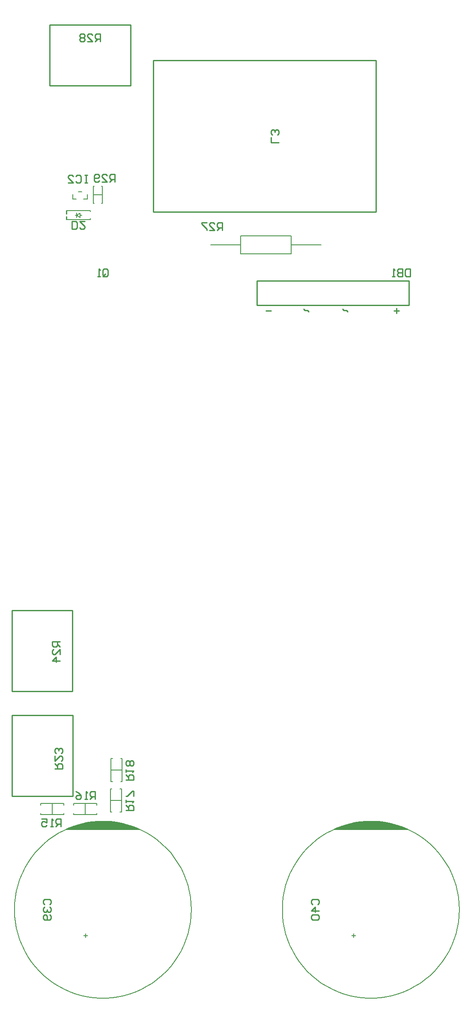
<source format=gbo>
%FSTAX23Y23*%
%MOIN*%
%SFA1B1*%

%IPPOS*%
%ADD10C,0.010000*%
%ADD12C,0.007874*%
%ADD15C,0.005905*%
%LNservo_pwr-1*%
%LPD*%
G36*
X00763Y01726D02*
X0074Y01737D01*
X00694Y01755*
X00646Y01769*
X00597Y0178*
X00547Y01787*
X00497Y01791*
X00447*
X00397Y01787*
X00347Y0178*
X00298Y01769*
X0025Y01755*
X00203Y01737*
X00181Y01726*
X00763*
G37*
G36*
X0285D02*
X02827Y01737D01*
X0278Y01755*
X02732Y01769*
X02683Y0178*
X02634Y01787*
X02584Y01791*
X02533*
X02484Y01787*
X02434Y0178*
X02385Y01769*
X02337Y01755*
X0229Y01737*
X02267Y01726*
X0285*
G37*
G36*
X02428Y00903D02*
X02442D01*
Y00897*
X02428*
Y00884*
X02423*
Y00897*
X02409*
Y00903*
X02423*
Y00917*
X02428*
Y00903*
G37*
G36*
X00342D02*
X00356D01*
Y00897*
X00342*
Y00884*
X00336*
Y00897*
X00322*
Y00903*
X00336*
Y00917*
X00342*
Y00903*
G37*
G54D10*
X00238Y01985D02*
Y02615D01*
X-00234Y01985D02*
X00238D01*
X-00234D02*
Y02615D01*
X00238*
X00236Y02803D02*
Y03433D01*
X-00236Y02803D02*
X00236D01*
X-00236D02*
Y03433D01*
X00236*
X01673Y05811D02*
X02854D01*
X01673D02*
Y06D01*
X02854*
Y05811D02*
Y06D01*
X00688Y07519D02*
Y07992D01*
X00059D02*
X00688D01*
X00059Y07519D02*
Y07992D01*
Y07519D02*
X00688D01*
X00866Y06535D02*
Y07716D01*
X02598*
Y06535D02*
Y07716D01*
X00866Y06535D02*
X02598D01*
X02777Y05766D02*
X02737D01*
X02757Y05786D02*
Y05746D01*
X01781Y05765D02*
X01741D01*
X02379Y05758D02*
X02369Y05768D01*
X02349*
X02339Y05778*
X02076Y05758D02*
X02066Y05768D01*
X02046*
X02036Y05778*
X00564Y06768D02*
Y06828D01*
X00534*
X00524Y06818*
Y06798*
X00534Y06788*
X00564*
X00544D02*
X00524Y06768D01*
X00464D02*
X00504D01*
X00464Y06808*
Y06818*
X00474Y06828*
X00494*
X00504Y06818*
X00444Y06778D02*
X00434Y06768D01*
X00414*
X00404Y06778*
Y06818*
X00414Y06828*
X00434*
X00444Y06818*
Y06808*
X00434Y06798*
X00404*
X0045Y07863D02*
Y07923D01*
X0042*
X0041Y07913*
Y07893*
X0042Y07883*
X0045*
X0043D02*
X0041Y07863D01*
X0035D02*
X0039D01*
X0035Y07903*
Y07913*
X0036Y07923*
X0038*
X0039Y07913*
X0033D02*
X0032Y07923D01*
X003*
X0029Y07913*
Y07903*
X003Y07893*
X0029Y07883*
Y07873*
X003Y07863*
X0032*
X0033Y07873*
Y07883*
X0032Y07893*
X0033Y07903*
Y07913*
X0032Y07893D02*
X003D01*
X014Y06392D02*
Y06452D01*
X0137*
X0136Y06442*
Y06422*
X0137Y06412*
X014*
X0138D02*
X0136Y06392D01*
X013D02*
X0134D01*
X013Y06432*
Y06442*
X0131Y06452*
X0133*
X0134Y06442*
X0128Y06452D02*
X0124D01*
Y06442*
X0128Y06402*
Y06392*
X00138Y03188D02*
X00078D01*
Y03158*
X00088Y03148*
X00108*
X00118Y03158*
Y03188*
Y03168D02*
X00138Y03148D01*
Y03088D02*
Y03128D01*
X00098Y03088*
X00088*
X00078Y03098*
Y03118*
X00088Y03128*
X00138Y03038D02*
X00078D01*
X00108Y03068*
Y03028*
X00099Y022D02*
X00159D01*
Y0223*
X00149Y0224*
X00129*
X00119Y0223*
Y022*
Y0222D02*
X00099Y0224D01*
Y023D02*
Y0226D01*
X00139Y023*
X00149*
X00159Y0229*
Y0227*
X00149Y0226*
Y0232D02*
X00159Y0233D01*
Y0235*
X00149Y0236*
X00139*
X00129Y0235*
Y0234*
Y0235*
X00119Y0236*
X00109*
X00099Y0235*
Y0233*
X00109Y0232*
X00651Y02114D02*
X00711D01*
Y02143*
X00701Y02153*
X00681*
X00671Y02143*
Y02114*
Y02133D02*
X00651Y02153D01*
Y02173D02*
Y02193D01*
Y02183*
X00711*
X00701Y02173*
Y02223D02*
X00711Y02233D01*
Y02253*
X00701Y02263*
X00691*
X00681Y02253*
X00671Y02263*
X00661*
X00651Y02253*
Y02233*
X00661Y02223*
X00671*
X00681Y02233*
X00691Y02223*
X00701*
X00681Y02233D02*
Y02253D01*
X00651Y01877D02*
X00711D01*
Y01907*
X00701Y01917*
X00681*
X00671Y01907*
Y01877*
Y01897D02*
X00651Y01917D01*
Y01937D02*
Y01957D01*
Y01947*
X00711*
X00701Y01937*
X00711Y01987D02*
Y02027D01*
X00701*
X00661Y01987*
X00651*
X00413Y01962D02*
Y02022D01*
X00383*
X00373Y02012*
Y01992*
X00383Y01982*
X00413*
X00393D02*
X00373Y01962D01*
X00353D02*
X00333D01*
X00343*
Y02022*
X00353Y02012*
X00263Y02022D02*
X00283Y02012D01*
X00303Y01992*
Y01972*
X00293Y01962*
X00273*
X00263Y01972*
Y01982*
X00273Y01992*
X00303*
X00145Y01749D02*
Y01809D01*
X00115*
X00105Y01799*
Y01779*
X00115Y01769*
X00145*
X00125D02*
X00105Y01749D01*
X00085D02*
X00065D01*
X00075*
Y01809*
X00085Y01799*
X-00004Y01809D02*
X00035D01*
Y01779*
X00015Y01789*
X00005*
X-00004Y01779*
Y01759*
X00005Y01749*
X00025*
X00035Y01759*
X00472Y06043D02*
Y06082D01*
X00482Y06092*
X00502*
X00512Y06082*
Y06043*
X00502Y06033*
X00482*
X00492Y06052D02*
X00472Y06033D01*
X00482D02*
X00472Y06043D01*
X00452Y06033D02*
X00432D01*
X00442*
Y06092*
X00452Y06082*
X01841Y07076D02*
X01781D01*
Y07115*
X01831Y07135D02*
X01841Y07145D01*
Y07165*
X01831Y07175*
X01821*
X01811Y07165*
Y07155*
Y07165*
X01801Y07175*
X01791*
X01781Y07165*
Y07145*
X01791Y07135*
X00353Y06823D02*
X00333D01*
X00343*
Y06763*
X00353*
X00333*
X00263Y06813D02*
X00273Y06823D01*
X00293*
X00303Y06813*
Y06773*
X00293Y06763*
X00273*
X00263Y06773*
X00203Y06763D02*
X00243D01*
X00203Y06803*
Y06813*
X00213Y06823*
X00233*
X00243Y06813*
X02864Y06094D02*
Y06034D01*
X02834*
X02824Y06044*
Y06084*
X02834Y06094*
X02864*
X02804D02*
Y06034D01*
X02774*
X02764Y06044*
Y06054*
X02774Y06064*
X02804*
X02774*
X02764Y06074*
Y06084*
X02774Y06094*
X02804*
X02744Y06034D02*
X02724D01*
X02734*
Y06094*
X02744Y06084*
X00233Y06403D02*
Y06463D01*
X00263*
X00273Y06453*
Y06413*
X00263Y06403*
X00233*
X00333Y06463D02*
X00293D01*
X00333Y06423*
Y06413*
X00323Y06403*
X00303*
X00293Y06413*
X02105Y01142D02*
X02095Y01152D01*
Y01172*
X02105Y01182*
X02145*
X02155Y01172*
Y01152*
X02145Y01142*
X02155Y01092D02*
X02095D01*
X02125Y01122*
Y01082*
X02105Y01062D02*
X02095Y01052D01*
Y01032*
X02105Y01022*
X02145*
X02155Y01032*
Y01052*
X02145Y01062*
X02105*
X00019Y01142D02*
X00009Y01152D01*
Y01172*
X00019Y01182*
X00059*
X00069Y01172*
Y01152*
X00059Y01142*
X00019Y01122D02*
X00009Y01112D01*
Y01092*
X00019Y01082*
X00029*
X00039Y01092*
Y01102*
Y01092*
X00049Y01082*
X00059*
X00069Y01092*
Y01112*
X00059Y01122*
Y01062D02*
X00069Y01052D01*
Y01032*
X00059Y01022*
X00019*
X00009Y01032*
Y01052*
X00019Y01062*
X00029*
X00039Y01052*
Y01022*
G54D12*
X03248Y01102D02*
D01*
X03246Y0115*
X03241Y01198*
X03232Y01245*
X03221Y01292*
X03206Y01338*
X03188Y01382*
X03167Y01425*
X03143Y01467*
X03116Y01507*
X03086Y01545*
X03054Y0158*
X0302Y01614*
X02983Y01645*
X02944Y01673*
X02903Y01699*
X02861Y01721*
X02817Y01741*
X02771Y01757*
X02725Y0177*
X02678Y0178*
X02631Y01787*
X02583Y0179*
X02535*
X02487Y01787*
X02439Y0178*
X02392Y0177*
X02346Y01757*
X023Y01741*
X02257Y01721*
X02214Y01699*
X02173Y01673*
X02134Y01645*
X02098Y01614*
X02063Y0158*
X02031Y01545*
X02001Y01507*
X01974Y01467*
X0195Y01425*
X01929Y01382*
X01911Y01338*
X01896Y01292*
X01885Y01245*
X01876Y01198*
X01871Y0115*
X0187Y01102*
X01871Y01054*
X01876Y01006*
X01885Y00959*
X01896Y00912*
X01911Y00866*
X01929Y00822*
X0195Y00778*
X01974Y00737*
X02001Y00697*
X02031Y00659*
X02063Y00623*
X02098Y0059*
X02134Y00559*
X02173Y00531*
X02214Y00505*
X02257Y00483*
X023Y00463*
X02346Y00447*
X02392Y00433*
X02439Y00423*
X02487Y00417*
X02535Y00413*
X02583*
X02631Y00417*
X02678Y00423*
X02725Y00433*
X02771Y00447*
X02817Y00463*
X02861Y00483*
X02903Y00505*
X02944Y00531*
X02983Y00559*
X0302Y0059*
X03054Y00623*
X03086Y00659*
X03116Y00697*
X03143Y00737*
X03167Y00778*
X03188Y00822*
X03206Y00866*
X03221Y00912*
X03232Y00959*
X03241Y01006*
X03246Y01054*
X03248Y01102*
X0285Y01726D02*
D01*
X02805Y01745*
X0276Y01761*
X02714Y01773*
X02666Y01782*
X02619Y01788*
X02571Y01791*
X02522Y0179*
X02475Y01786*
X02427Y01778*
X0238Y01767*
X02334Y01753*
X02289Y01736*
X02267Y01726*
X01161Y01102D02*
D01*
X01159Y0115*
X01154Y01198*
X01146Y01245*
X01134Y01292*
X01119Y01338*
X01101Y01382*
X0108Y01425*
X01056Y01467*
X01029Y01507*
X01Y01545*
X00968Y0158*
X00933Y01614*
X00896Y01645*
X00857Y01673*
X00816Y01699*
X00774Y01721*
X0073Y01741*
X00685Y01757*
X00639Y0177*
X00592Y0178*
X00544Y01787*
X00496Y0179*
X00448*
X004Y01787*
X00352Y0178*
X00305Y0177*
X00259Y01757*
X00214Y01741*
X0017Y01721*
X00127Y01699*
X00087Y01673*
X00048Y01645*
X00011Y01614*
X-00023Y0158*
X-00055Y01545*
X-00084Y01507*
X-00111Y01467*
X-00135Y01425*
X-00156Y01382*
X-00174Y01338*
X-00189Y01292*
X-00201Y01245*
X-00209Y01198*
X-00214Y0115*
X-00216Y01102*
X-00214Y01054*
X-00209Y01006*
X-00201Y00959*
X-00189Y00912*
X-00174Y00866*
X-00156Y00822*
X-00135Y00778*
X-00111Y00737*
X-00084Y00697*
X-00055Y00659*
X-00023Y00623*
X00011Y0059*
X00048Y00559*
X00087Y00531*
X00127Y00505*
X0017Y00483*
X00214Y00463*
X00259Y00447*
X00305Y00433*
X00352Y00423*
X004Y00417*
X00448Y00413*
X00496*
X00544Y00417*
X00592Y00423*
X00639Y00433*
X00685Y00447*
X0073Y00463*
X00774Y00483*
X00816Y00505*
X00857Y00531*
X00896Y00559*
X00933Y0059*
X00968Y00623*
X01Y00659*
X01029Y00697*
X01056Y00737*
X0108Y00778*
X01101Y00822*
X01119Y00866*
X01134Y00912*
X01146Y00959*
X01154Y01006*
X01159Y01054*
X01161Y01102*
X00763Y01726D02*
D01*
X00719Y01745*
X00673Y01761*
X00627Y01773*
X0058Y01782*
X00532Y01788*
X00484Y01791*
X00436Y0179*
X00388Y01786*
X0034Y01778*
X00294Y01767*
X00248Y01753*
X00203Y01736*
X00181Y01726*
X00535Y02279D02*
X00547D01*
X00535Y02098D02*
Y02279D01*
Y02098D02*
X00547D01*
X0061D02*
X00622D01*
Y02279*
X0061D02*
X00622D01*
X00535Y02188D02*
X00622D01*
X00531Y02043D02*
X00543D01*
X00531Y01862D02*
Y02043D01*
Y01862D02*
X00543D01*
X00606D02*
X00618D01*
Y02043*
X00606D02*
X00618D01*
X00531Y01952D02*
X00618D01*
X00425Y01917D02*
Y01929D01*
X00244D02*
X00425D01*
X00244Y01917D02*
Y01929D01*
Y01842D02*
Y01854D01*
Y01842D02*
X00425D01*
Y01854*
X00334Y01842D02*
Y01929D01*
X00169Y01917D02*
Y01929D01*
X-00011D02*
X00169D01*
X-00011Y01917D02*
Y01929D01*
Y01842D02*
Y01854D01*
Y01842D02*
X00169D01*
Y01854*
X00078Y01842D02*
Y01929D01*
X00283Y06692D02*
X00307D01*
X00323Y06637D02*
X00352D01*
Y06673*
X00238Y06637D02*
X00266D01*
X00238D02*
Y06673D01*
X00295Y06511D02*
X00307D01*
X00259D02*
X00267D01*
X00295Y06492D02*
Y06527D01*
X00267Y06511D02*
X00295Y06492D01*
X00267Y06511D02*
X00295Y06527D01*
X00267Y06492D02*
Y06531D01*
X01545Y0621D02*
X01938D01*
Y06348*
X01545D02*
X01938D01*
X01545Y0621D02*
Y06348D01*
X01311Y06279D02*
X01545D01*
X01938D02*
X02172D01*
X02267Y01726D02*
X0285D01*
X00181D02*
X00763D01*
G54D15*
X00397Y06669D02*
X00468D01*
X00397Y06736D02*
X00405D01*
X00397Y06602D02*
Y06736D01*
Y06602D02*
X00405D01*
X0046Y06736D02*
X00468D01*
Y06602D02*
Y06736D01*
X0046Y06602D02*
X00468D01*
X00374Y06538D02*
Y06547D01*
X00193D02*
X00374D01*
X00188D02*
X00193D01*
X00188Y06521D02*
Y06547D01*
Y06521D02*
X00193D01*
Y06547*
Y06475D02*
Y06501D01*
X00188D02*
X00193D01*
X00188Y06475D02*
Y06501D01*
Y06475D02*
X00193D01*
X00374*
Y06485*
M02*
</source>
